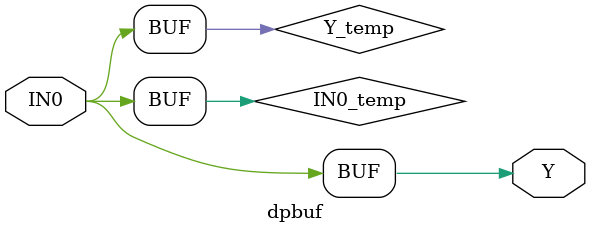
<source format=v>
module dpbuf(IN0,Y);
  parameter BIT = 0;
  parameter COLINST = "0";
  parameter GROUP = "dpath1";
  parameter
        d_IN0_r = 0,
        d_IN0_f = 0,
        d_Y_r = 1,
        d_Y_f = 1;
  input  IN0;
  output  Y;
  wire  IN0_temp;
  reg  Y_temp;
  assign #(d_IN0_r,d_IN0_f) IN0_temp = IN0;
  assign #(d_Y_r,d_Y_f) Y = Y_temp;
  always
    @(IN0_temp)
      Y_temp = IN0_temp;
endmodule

</source>
